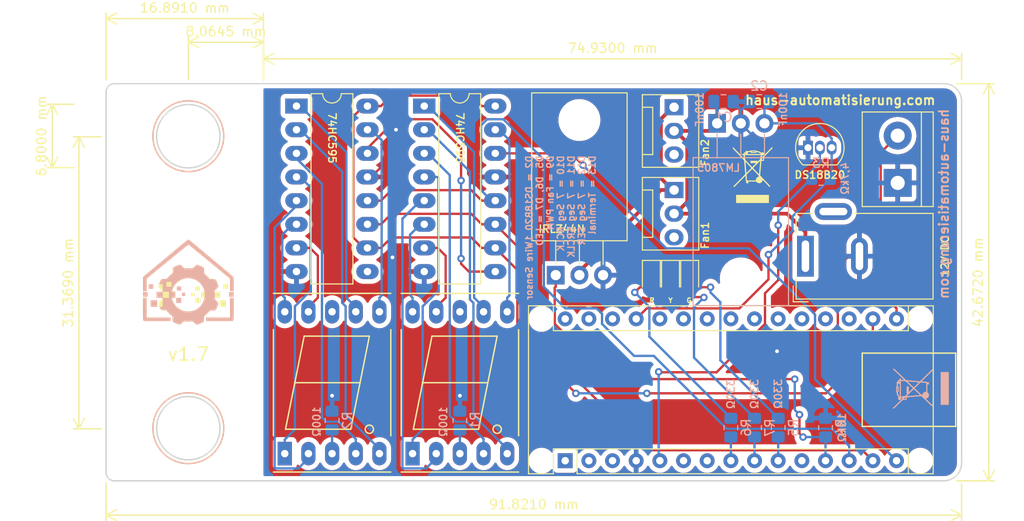
<source format=kicad_pcb>
(kicad_pcb (version 20240108) (generator "pcbnew") (generator_version "8.0")
  (title_block (title "Rack Temperature Control") (date "2024-05-06") (rev "1.7") (company "haus-automatisierung.com") (comment 1 "Matthias Kleine"))
  (layers (0 "F.Cu" signal) (31 "B.Cu" signal) (34 "B.Paste" user) (35 "F.Paste" user) (36 "B.SilkS" user "B.Silkscreen") (37 "F.SilkS" user "F.Silkscreen") (38 "B.Mask" user) (39 "F.Mask" user) (44 "Edge.Cuts" user))
  (net 0 "")
  (net 1 "Net-(A1-D2)")
  (net 2 "GND")
  (net 3 "Net-(A1-D5)")
  (net 4 "Net-(A1-D6)")
  (net 5 "Net-(A1-D7)")
  (net 6 "Net-(A1-D9)")
  (net 7 "Net-(A1-D10)")
  (net 8 "Net-(A1-D11)")
  (net 9 "Net-(A1-D12)")
  (net 10 "Net-(A1-D13)")
  (net 11 "+12V")
  (net 12 "Net-(AFF1-e)")
  (net 13 "Net-(AFF1-d)")
  (net 14 "Net-(AFF1-C.K.-Pad3)")
  (net 15 "Net-(AFF1-c)")
  (net 16 "Net-(AFF1-DP)")
  (net 17 "Net-(AFF1-b)")
  (net 18 "Net-(AFF1-a)")
  (net 19 "Net-(AFF1-f)")
  (net 20 "Net-(AFF1-g)")
  (net 21 "Net-(AFF2-e)")
  (net 22 "Net-(AFF2-d)")
  (net 23 "Net-(AFF2-C.K.-Pad3)")
  (net 24 "Net-(AFF2-c)")
  (net 25 "Net-(AFF2-DP)")
  (net 26 "Net-(AFF2-b)")
  (net 27 "Net-(AFF2-a)")
  (net 28 "/3V3")
  (net 29 "/5V")
  (net 30 "Net-(AFF2-f)")
  (net 31 "Net-(AFF2-g)")
  (net 32 "Net-(D1-A)")
  (net 33 "Net-(D2-A)")
  (net 34 "Net-(D3-A)")
  (net 35 "Net-(J1-Pin_1)")
  (net 36 "Net-(U1-QH')")
  (footprint "Display_7Segment:7SegmentLED_LTS6760_LTS6780" (layer "F.Cu") (at 135.763 120.142 90)
    (property "Reference" "AFF1" (hide yes))
    (property "Value" "LTS-6980HR")
  )
  (footprint "Display_7Segment:7SegmentLED_LTS6760_LTS6780" (layer "F.Cu") (at 122.047 120.142 90)
    (property "Reference" "AFF2" (hide yes))
    (property "Value" "LTS-6980HR")
  )
  (footprint "Connector:FanPinHeader_1x03_P2.54mm_Vertical" (layer "F.Cu") (at 163.83 82.931 -90)
    (property "Reference" "J1" (hide yes))
    (property "Value" "Conn_01x03")
  )
  (footprint "Connector:FanPinHeader_1x03_P2.54mm_Vertical" (layer "F.Cu") (at 163.83 91.821 -90)
    (property "Reference" "J2" (hide yes))
    (property "Value" "Conn_01x03")
  )
  (footprint "Package_DIP:DIP-16_W7.62mm_LongPads" (layer "F.Cu") (at 123.302 82.804)
    (property "Reference" "U2" (hide yes))
    (property "Value" "74HC595")
  )
  (footprint "Package_TO_SOT_THT:TO-92_Inline" (layer "F.Cu") (at 178.2064 87.2744)
    (property "Reference" "U3" (hide yes))
    (property "Value" "DS18B20")
  )
  (footprint "Package_TO_SOT_THT:TO-220-3_Horizontal_TabDown" (layer "F.Cu") (at 151.13 100.965)
    (property "Reference" "Q1" (hide yes))
    (property "Value" "IRLZ44N")
  )
  (footprint "Package_DIP:DIP-16_W7.62mm_LongPads" (layer "F.Cu") (at 137.018 82.804)
    (property "Reference" "U1" (hide yes))
    (property "Value" "74HC595")
  )
  (footprint "Connector_BarrelJack:BarrelJack_Wuerth_6941xx301002" (layer "F.Cu") (at 177.927 98.933 90)
    (property "Reference" "J3" (hide yes))
    (property "Value" "Barrel_Jack_MountingPin")
  )
  (footprint "Module:Arduino_Nano_WithMountingHoles" (layer "F.Cu") (at 152.146 120.904 90)
    (property "Reference" "A1" (hide yes))
    (property "Value" "Arduino_Nano_v3.x")
  )
  (footprint "Symbol:WEEE-Logo_4.2x6mm_SilkScreen" (layer "F.Cu") (at 172.2628 90.1954)
    (property "Reference" "REF**" (hide yes))
    (property "Value" "WEEE-Logo_4.2x6mm_SilkScreen" (hide yes))
  )
  (footprint "TerminalBlock:TerminalBlock_bornier-2_P5.08mm" (layer "F.Cu") (at 187.833 91.059 90)
    (property "Reference" "J4" (hide yes))
    (property "Value" "Screw_Terminal_01x02")
  )
  (footprint "LED_SMD:LED_0805_2012Metric_Pad1.15x1.40mm_HandSolder" (layer "F.Cu") (at 163.449 101.2444 -90)
    (property "Reference" "D3" (hide yes))
    (property "Value" "LED")
  )
  (footprint "LED_SMD:LED_0805_2012Metric_Pad1.15x1.40mm_HandSolder" (layer "F.Cu") (at 165.5064 101.2444 -90)
    (property "Reference" "D1" (hide yes))
    (property "Value" "LED")
  )
  (footprint "LED_SMD:LED_0805_2012Metric_Pad1.15x1.40mm_HandSolder" (layer "F.Cu") (at 161.3916 101.2444 -90)
    (property "Reference" "D2" (hide yes))
    (property "Value" "LED")
  )
  (footprint "haus-automatisierung:Logo2024-notext" (layer "F.Cu") (at 111.6965 101.727)
    (property "Reference" "G***" (hide yes))
    (property "Value" "LOGO" (hide yes))
  )
  (footprint "Resistor_SMD:R_0805_2012Metric_Pad1.20x1.40mm_HandSolder" (layer "B.Cu") (at 180.086 117.348 90)
    (property "Reference" "R4")
    (property "Value" "10kΩ")
  )
  (footprint "Resistor_SMD:R_0805_2012Metric_Pad1.20x1.40mm_HandSolder" (layer "B.Cu") (at 175.006 117.348 90)
    (property "Reference" "R5")
    (property "Value" "330Ω")
  )
  (footprint "Resistor_SMD:R_0805_2012Metric_Pad1.20x1.40mm_HandSolder" (layer "B.Cu") (at 140.843 116.586 90)
    (property "Reference" "R1")
    (property "Value" "100Ω")
  )
  (footprint "Symbol:WEEE-Logo_4.2x6mm_SilkScreen" (layer "B.Cu") (at 190.2968 113.157 -90)
    (property "Reference" "REF**" (hide yes))
    (property "Value" "WEEE-Logo_4.2x6mm_SilkScreen" (hide yes))
  )
  (footprint "Resistor_SMD:R_0805_2012Metric_Pad1.20x1.40mm_HandSolder" (layer "B.Cu") (at 127.127 116.586 90)
    (property "Reference" "R2")
    (property "Value" "100Ω")
  )
  (footprint "Resistor_SMD:R_0805_2012Metric_Pad1.20x1.40mm_HandSolder" (layer "B.Cu") (at 179.6034 90.5764 180)
    (property "Reference" "R3")
    (property "Value" "4,7kΩ")
  )
  (footprint "Resistor_SMD:R_0805_2012Metric_Pad1.20x1.40mm_HandSolder" (layer "B.Cu") (at 169.926 117.348 90)
    (property "Reference" "R6")
    (property "Value" "330Ω")
  )
  (footprint "Resistor_SMD:R_0805_2012Metric_Pad1.20x1.40mm_HandSolder" (layer "B.Cu") (at 172.466 117.348 90)
    (property "Reference" "R7")
    (property "Value" "330Ω")
  )
  (footprint "Capacitor_SMD:C_0805_2012Metric_Pad1.18x1.45mm_HandSolder" (layer "B.Cu") (at 169.1386 82.3214)
    (property "Reference" "C1")
    (property "Value" "C")
  )
  (footprint "Capacitor_SMD:C_0805_2012Metric_Pad1.18x1.45mm_HandSolder" (layer "B.Cu") (at 172.974 82.3214 180)
    (property "Reference" "C2")
    (property "Value" "C")
  )
  (footprint "Package_TO_SOT_THT:TO-220-3_Horizontal_TabDown" (layer "B.Cu") (at 168.4528 84.6582)
    (property "Reference" "U4" (hide yes))
    (property "Value" "L7805")
  )
  (footprint "haus-automatisierung:Logo2024-notext" (layer "B.Cu") (at 111.6965 101.727 180)
    (property "Reference" "G***" (hide yes))
    (property "Value" "LOGO" (hide yes))
  )
  (gr_circle (center 111.6965 86.0425) (end 115.4965 86.0425) (stroke (width 0.15)) (fill none) (layer "B.SilkS"))
  (gr_circle (center 111.6965 117.4115) (end 115.4965 117.4115) (stroke (width 0.15)) (fill none) (layer "B.SilkS"))
  (gr_circle (center 111.6965 117.4115) (end 115.4965 117.4115) (stroke (width 0.15)) (fill none) (layer "F.SilkS"))
  (gr_circle (center 111.6965 86.0425) (end 115.4965 86.0425) (stroke (width 0.15)) (fill none) (layer "F.SilkS"))
  (gr_line (start 184.023 109.347) (end 194.056 109.347) (stroke (width 0.15)) (layer "F.SilkS"))
  (gr_line (start 194.056 109.347) (end 194.056 117.221) (stroke (width 0.15)) (layer "F.SilkS"))
  (gr_line (start 194.056 117.221) (end 184.023 117.221) (stroke (width 0.15)) (layer "F.SilkS"))
  (gr_line (start 184.023 117.221) (end 184.023 109.347) (stroke (width 0.15)) (layer "F.SilkS"))
  (gr_line (start 192.786 80.391) (end 103.759 80.391) (stroke (width 0.15)) (layer "Edge.Cuts"))
  (gr_line (start 102.87 81.28) (end 102.87 122.174) (stroke (width 0.15)) (layer "Edge.Cuts"))
  (gr_circle (center 111.6965 117.4115) (end 115.0965 117.4115) (stroke (width 0.15)) (fill none) (layer "Edge.Cuts"))
  (gr_arc (start 103.759 123.063) (mid 103.130382 122.802618) (end 102.87 122.174) (stroke (width 0.15)) (layer "Edge.Cuts"))
  (gr_circle (center 111.6965 86.0425) (end 115.0965 86.0425) (stroke (width 0.15)) (fill none) (layer "Edge.Cuts"))
  (gr_line (start 103.759 123.063) (end 192.786 123.063) (stroke (width 0.15)) (layer "Edge.Cuts"))
  (gr_arc (start 102.87 81.28) (mid 103.130382 80.651382) (end 103.759 80.391) (stroke (width 0.15)) (layer "Edge.Cuts"))
  (gr_line (start 194.691 121.158) (end 194.691 82.296) (stroke (width 0.15)) (layer "Edge.Cuts"))
  (gr_arc (start 194.691 121.158) (mid 194.133038 122.505038) (end 192.786 123.063) (stroke (width 0.15)) (layer "Edge.Cuts"))
  (gr_arc (start 192.786 80.391) (mid 194.133038 80.948962) (end 194.691 82.296) (stroke (width 0.15)) (layer "Edge.Cuts"))
  (gr_text "4,7kΩ" (at 182.1688 90.5764 90) (layer "B.SilkS") (effects (font (size 0.8 0.8)) (justify mirror)))
  (gr_text "10kΩ" (at 181.864 117.348 90) (layer "B.SilkS") (effects (font (size 0.8 0.8)) (justify mirror)))
  (gr_text "100Ω" (at 139.065 116.713 90) (layer "B.SilkS") (effects (font (size 0.8 0.8)) (justify mirror)))
  (gr_text "D2 = DS18B20 1Wire Sensor\nD5, D6, D7 = LED\nD9 = Fan PWM\nD10 = 7 Seg RCLK\nD11 = 7 Seg SRCLK\nD12 = 7 Seg SER\nD13 = Terminal" (at 151.6634 88.0364 90) (layer "B.SilkS") (effects (font (size 0.7 0.7)) (justify left mirror)))
  (gr_text "haus-automatisierung.com" (at 192.786 93.3196 90) (layer "B.SilkS") (effects (font (size 1 1) (thickness 0.2)) (justify mirror)))
  (gr_text "100Ω" (at 125.476 116.713 90) (layer "B.SilkS") (effects (font (size 0.8 0.8)) (justify mirror)))
  (gr_text "330Ω" (at 172.466 113.7412 90) (layer "B.SilkS") (effects (font (size 0.8 0.8)) (justify mirror)))
  (gr_text "330Ω" (at 169.926 113.7412 90) (layer "B.SilkS") (effects (font (size 0.8 0.8)) (justify mirror)))
  (gr_text "LM7805" (at 168.6052 89.4334 0) (layer "B.SilkS") (effects (font (size 0.8 0.8)) (justify mirror)))
  (gr_text "100nF" (at 175.5394 83.185 90) (layer "B.SilkS") (effects (font (size 0.8 0.8)) (justify mirror)))
  (gr_text "100nF" (at 166.5732 83.185 90) (layer "B.SilkS") (effects (font (size 0.8 0.8)) (justify mirror)))
  (gr_text "330Ω" (at 175.006 113.7285 90) (layer "B.SilkS") (effects (font (size 0.8 0.8)) (justify mirror)))
  (gr_text "12V DC" (at 192.913 98.933 90) (layer "F.SilkS") (effects (font (size 0.8 0.8))))
  (gr_text "Fan1" (at 167.1574 96.6978 90) (layer "F.SilkS") (effects (font (size 0.8 0.8))))
  (gr_text "Fan2" (at 167.1574 87.8078 90) (layer "F.SilkS") (effects (font (size 0.8 0.8))))
  (gr_text "74HC595" (at 140.843 86.233 270) (layer "F.SilkS") (effects (font (size 0.8 0.8))))
  (gr_text "74HC595" (at 127.127 86.233 270) (layer "F.SilkS") (effects (font (size 0.8 0.8))))
  (gr_text "DS18B20" (at 179.4764 90.1954 0) (layer "F.SilkS") (effects (font (size 0.8 0.8))))
  (gr_text "IRLZ44N" (at 151.765 96.012 0) (layer "F.SilkS") (effects (font (size 0.8 0.8))))
  (gr_text "v1.7" (at 111.6965 109.474 0) (layer "F.SilkS") (effects (font (size 1.4 1.4) (thickness 0.2))))
  (gr_text "R    Y    G" (at 163.449 103.6828 0) (layer "F.SilkS") (effects (font (size 0.5 0.5) (thickness 0.125))))
  (gr_text "haus-automatisierung.com" (at 181.6735 82.169 0) (layer "F.SilkS") (effects (font (size 1 1) (thickness 0.2))))
  (dimension (type aligned) (layer "F.SilkS") (pts (xy 102.87 123.317) (xy 194.691 123.317)) (height 3.429) (gr_text "91.8210 mm" (at 148.7805 125.596 0) (layer "F.SilkS") (effects (font (size 1 1) (thickness 0.15)))) (format (prefix "") (suffix "") (units 2) (units_format 1) (precision 4)) (style (thickness 0.15) (arrow_length 1.27) (text_position_mode 0) (extension_height 0.58642) (extension_offset 0) keep_text_aligned))
  (dimension (type aligned) (layer "F.SilkS") (pts (xy 102.3965 117.475) (xy 102.3965 86.106)) (height -2.4475) (gr_text "31.3690 mm" (at 98.799 101.7905 90) (layer "F.SilkS") (effects (font (size 1 1) (thickness 0.15)))) (format (prefix "") (suffix "") (units 2) (units_format 1) (precision 4)) (style (thickness 0.15) (arrow_length 1.27) (text_position_mode 0) (extension_height 0.58642) (extension_offset 0) keep_text_aligned))
  (dimension (type aligned) (layer "F.SilkS") (pts (xy 194.183 123.063) (xy 194.183 80.391)) (height 3.429) (gr_text "42.6720 mm" (at 196.462 101.727 90) (layer "F.SilkS") (effects (font (size 1 1) (thickness 0.15)))) (format (prefix "") (suffix "") (units 2) (units_format 1) (precision 4)) (style (thickness 0.15) (arrow_length 1.27) (text_position_mode 0) (extension_height 0.58642) (extension_offset 0) keep_text_aligned))
  (dimension (type aligned) (layer "F.SilkS") (pts (xy 99.441 89.4135) (xy 99.441 82.6135)) (height -2.3495) (gr_text "6.8000 mm" (at 95.9415 86.0135 90) (layer "F.SilkS") (effects (font (size 1 1) (thickness 0.15)))) (format (prefix "") (suffix "") (units 2) (units_format 1) (precision 4)) (style (thickness 0.15) (arrow_length 1.27) (text_position_mode 0) (extension_height 0.58642) (extension_offset 0) keep_text_aligned))
  (dimension (type aligned) (layer "F.SilkS") (pts (xy 194.691 79.9465) (xy 119.761 79.9465)) (height 2.2225) (gr_text "74.9300 mm" (at 157.226 76.574 0) (layer "F.SilkS") (effects (font (size 1 1) (thickness 0.15)))) (format (prefix "") (suffix "") (units 2) (units_format 1) (precision 4)) (style (thickness 0.15) (arrow_length 1.27) (text_position_mode 0) (extension_height 0.58642) (extension_offset 0) keep_text_aligned))
  (dimension (type aligned) (layer "F.SilkS") (pts (xy 119.761 80.01) (xy 102.87 80.01)) (height 6.604) (gr_text "16.8910 mm" (at 111.3155 72.256 0) (layer "F.SilkS") (effects (font (size 1 1) (thickness 0.15)))) (format (prefix "") (suffix "") (units 2) (units_format 1) (precision 4)) (style (thickness 0.15) (arrow_length 1.27) (text_position_mode 0) (extension_height 0.58642) (extension_offset 0) keep_text_aligned))
  (dimension (type aligned) (layer "F.SilkS") (pts (xy 119.761 79.9465) (xy 111.6965 79.9465)) (height 4.0005) (gr_text "8.0645 mm" (at 115.72875 74.796 0) (layer "F.SilkS") (effects (font (size 1 1) (thickness 0.15)))) (format (prefix "") (suffix "") (units 2) (units_format 1) (precision 4)) (style (thickness 0.15) (arrow_length 1.27) (text_position_mode 0) (extension_height 0.58642) (extension_offset 0) keep_text_aligned))
  (segment (start 175.006 95.6056) (end 175.006 101.4984) (width 0.25) (layer "F.Cu") (net 1))
  (segment (start 168.390602 111.4044) (end 162.2298 111.4044) (width 0.25) (layer "F.Cu") (net 1))
  (segment (start 175.006 101.4984) (end 173.591001 102.913399) (width 0.25) (layer "F.Cu") (net 1))
  (segment (start 162.2298 111.4044) (end 162.179 111.3536) (width 0.25) (layer "F.Cu") (net 1))
  (segment (start 173.591001 102.913399) (end 173.591001 106.204001) (width 0.25) (layer "F.Cu") (net 1))
  (segment (start 173.591001 106.204001) (end 168.390602 111.4044) (width 0.25) (layer "F.Cu") (net 1))
  (via (at 175.006 95.6056) (size 0.8) (drill 0.4) (layers "F.Cu" "B.Cu") (net 1))
  (via (at 162.179 111.3536) (size 0.8) (drill 0.4) (layers "F.Cu" "B.Cu") (net 1))
  (segment (start 179.4764 88.8784) (end 179.4764 87.2744) (width 0.25) (layer "B.Cu") (net 1))
  (segment (start 162.179 120.777) (end 162.306 120.904) (width 0.25) (layer "B.Cu") (net 1))
  (segment (start 178.5784 89.7764) (end 179.4764 88.8784) (width 0.25) (layer "B.Cu") (net 1))
  (segment (start 178.5784 90.5764) (end 178.5784 89.7764) (width 0.25) (layer "B.Cu") (net 1))
  (segment (start 162.179 111.3536) (end 162.179 120.777) (width 0.25) (layer "B.Cu") (net 1))
  (segment (start 178.5784 90.5764) (end 175.006 94.1488) (width 0.25) (layer "B.Cu") (net 1))
  (segment (start 175.006 94.1488) (end 175.006 95.6056) (width 0.25) (layer "B.Cu") (net 1))
  (segment (start 135.128 100.584) (end 133.604 99.06) (width 0.25) (layer "F.Cu") (net 2))
  (segment (start 181.4068 100.1032) (end 181.4068 108.4834) (width 0.25) (layer "F.Cu") (net 2))
  (segment (start 183.727 98.933) (end 182.577 98.933) (width 0.25) (layer "F.Cu") (net 2))
  (segment (start 130.922 90.424) (end 131.322 90.424) (width 0.25) (layer "F.Cu") (net 2))
  (segment (start 181.4068 108.4834) (end 180.7464 109.1438) (width 0.25) (layer "F.Cu") (net 2))
  (segment (start 133.985 87.761) (end 133.985 85.909685) (width 0.25) (layer "F.Cu") (net 2))
  (segment (start 131.322 90.424) (end 133.985 87.761) (width 0.25) (layer "F.Cu") (net 2))
  (segment (start 182.577 98.933) (end 181.4068 100.1032) (width 0.25) (layer "F.Cu") (net 2))
  (segment (start 180.7464 109.1438) (end 174.879 109.1438) (width 0.25) (layer "F.Cu") (net 2))
  (segment (start 133.985 85.909685) (end 133.985 85.344) (width 0.25) (layer "F.Cu") (net 2))
  (segment (start 137.018 100.584) (end 135.128 100.584) (width 0.25) (layer "F.Cu") (net 2))
  (via (at 140.843 113.919) (size 0.8) (drill 0.4) (layers "F.Cu" "B.Cu") (net 2))
  (via (at 133.985 85.344) (size 0.8) (drill 0.4) (layers "F.Cu" "B.Cu") (net 2))
  (via (at 174.879 109.1438) (size 0.8) (drill 0.4) (layers "F.Cu" "B.Cu") (net 2))
  (via (at 127.127 113.919) (size 0.8) (drill 0.4) (layers "F.Cu" "B.Cu") (net 2))
  (via (at 133.604 99.06) (size 0.8) (drill 0.4) (layers "F.Cu" "B.Cu") (net 2))
  (segment (start 170.9928 84.6582) (end 170.9928 83.2776) (width 0.25) (layer "B.Cu") (net 2))
  (segment (start 170.9928 83.1506) (end 170.1636 82.3214) (width 0.25) (layer "B.Cu") (net 2))
  (segment (start 170.9928 84.6582) (end 170.9928 83.1506) (width 0.25) (layer "B.Cu") (net 2))
  (segment (start 173.5615 87.2744) (end 170.9928 84.7057) (width 0.25) (layer "B.Cu") (net 2))
  (segment (start 170.9928 83.2776) (end 171.949 82.3214) (width 0.25) (layer "B.Cu") (net 2))
  (segment (start 178.2064 87.2744) (end 173.5615 87.2744) (width 0.25) (layer "B.Cu") (net 2))
  (segment (start 170.9928 84.7057) (end 170.9928 84.6582) (width 0.25) (layer "B.Cu") (net 2))
  (segment (start 169.926 120.904) (end 169.926 118.373) (width 0.25) (layer "B.Cu") (net 3))
  (segment (start 172.466 120.904) (end 172.466 118.373) (width 0.25) (layer "B.Cu") (net 4))
  (segment (start 175.006 120.904) (end 175.006 118.373) (width 0.25) (layer "B.Cu") (net 5))
  (segment (start 151.13 102.215) (end 151.020999 102.324001) (width 0.25) (layer "F.Cu") (net 6))
  (segment (start 151.13 100.965) (end 151.13 102.215) (width 0.25) (layer "F.Cu") (net 6))
  (segment (start 177.292 115.951) (end 177.292 117.983) (width 0.25) (layer "F.Cu") (net 6))
  (segment (start 151.020999 106.204001) (end 156.957998 112.141) (width 0.25) (layer "F.Cu") (net 6))
  (segment (start 177.292 117.983) (end 177.673 118.364) (width 0.25) (layer "F.Cu") (net 6))
  (segment (start 151.020999 102.324001) (end 151.020999 106.204001) (width 0.25) (layer "F.Cu") (net 6))
  (segment (start 156.957998 112.141) (end 176.784 112.141) (width 0.25) (layer "F.Cu") (net 6))
  (via (at 177.673 118.364) (size 0.8) (drill 0.4) (layers "F.Cu" "B.Cu") (net 6))
  (via (at 177.292 115.951) (size 0.8) (drill 0.4) (layers "F.Cu" "B.Cu") (net 6))
  (via (at 176.784 112.141) (size 0.8) (drill 0.4) (layers "F.Cu" "B.Cu") (net 6))
  (segment (start 180.086 120.904) (end 180.086 118.373) (width 0.25) (layer "B.Cu") (net 6))
  (segment (start 176.784 115.443) (end 177.292 115.951) (width 0.25) (layer "B.Cu") (net 6))
  (segment (start 177.673 118.364) (end 180.077 118.364) (width 0.25) (layer "B.Cu") (net 6))
  (segment (start 176.784 112.141) (end 176.784 115.443) (width 0.25) (layer "B.Cu") (net 6))
  (segment (start 180.077 118.364) (end 180.086 118.373) (width 0.25) (layer "B.Cu") (net 6))
  (segment (start 133.49701 91.83899) (end 132.372 92.964) (width 0.25) (layer "F.Cu") (net 7))
  (segment (start 142.06299 91.83899) (end 133.49701 91.83899) (width 0.25) (layer "F.Cu") (net 7))
  (segment (start 144.638 92.964) (end 143.188 92.964) (width 0.25) (layer "F.Cu") (net 7))
  (segment (start 132.372 92.964) (end 130.922 92.964) (width 0.25) (layer "F.Cu") (net 7))
  (segment (start 143.188 92.964) (end 142.06299 91.83899) (width 0.25) (layer "F.Cu") (net 7))
  (segment (start 180.77418 117.47299) (end 182.626 119.32481) (width 0.25) (layer "B.Cu") (net 7))
  (segment (start 152.166497 104.538999) (end 155.515999 104.538999) (width 0.25) (layer "B.Cu") (net 7))
  (segment (start 143.772006 84.21899) (end 145.503994 84.21899) (width 0.25) (layer "B.Cu") (net 7))
  (segment (start 143.11299 84.878006) (end 143.772006 84.21899) (width 0.25) (layer "B.Cu") (net 7))
  (segment (start 144.638 92.964) (end 144.238 92.964) (width 0.25) (layer "B.Cu") (net 7))
  (segment (start 156.100999 105.123999) (end 156.100999 106.204001) (width 0.25) (layer "B.Cu") (net 7))
  (segment (start 145.503994 84.21899) (end 149.852499 88.567495) (width 0.25) (layer "B.Cu") (net 7))
  (segment (start 143.11299 91.83899) (end 143.11299 84.878006) (width 0.25) (layer "B.Cu") (net 7))
  (segment (start 156.100999 106.204001) (end 159.534997 109.637999) (width 0.25) (layer "B.Cu") (net 7))
  (segment (start 155.515999 104.538999) (end 156.100999 105.123999) (width 0.25) (layer "B.Cu") (net 7))
  (segment (start 149.852499 102.225001) (end 152.166497 104.538999) (width 0.25) (layer "B.Cu") (net 7))
  (segment (start 144.238 92.964) (end 143.11299 91.83899) (width 0.25) (layer "B.Cu") (net 7))
  (segment (start 182.626 119.77263) (end 182.626 120.904) (width 0.25) (layer "B.Cu") (net 7))
  (segment (start 159.534997 109.637999) (end 161.652809 109.637999) (width 0.25) (layer "B.Cu") (net 7))
  (segment (start 149.852499 88.567495) (end 149.852499 102.225001) (width 0.25) (layer "B.Cu") (net 7))
  (segment (start 161.652809 109.637999) (end 169.4878 117.47299) (width 0.25) (layer "B.Cu") (net 7))
  (segment (start 169.4878 117.47299) (end 180.77418 117.47299) (width 0.25) (layer "B.Cu") (net 7))
  (segment (start 182.626 119.32481) (end 182.626 119.77263) (width 0.25) (layer "B.Cu") (net 7))
  (segment (start 160.952889 119.779489) (end 147.7772 106.6038) (width 0.25) (layer "F.Cu") (net 8))
  (segment (start 144.638 95.504) (end 145.038 95.504) (width 0.25) (layer "F.Cu") (net 8))
  (segment (start 132.372 95.504) (end 130.922 95.504) (width 0.25) (layer "F.Cu") (net 8))
  (segment (start 144.638 95.504) (end 143.188 95.504) (width 0.25) (layer "F.Cu") (net 8))
  (segment (start 184.041489 119.779489) (end 160.952889 119.779489) (width 0.25) (layer "F.Cu") (net 8))
  (segment (start 143.188 95.504) (end 142.06299 94.37899) (width 0.25) (layer "F.Cu") (net 8))
  (segment (start 142.06299 94.37899) (end 133.49701 94.37899) (width 0.25) (layer "F.Cu") (net 8))
  (segment (start 185.166 120.904) (end 184.041489 119.779489) (width 0.25) (layer "F.Cu") (net 8))
  (segment (start 147.7772 98.6432) (end 144.638 95.504) (width 0.25) (layer "F.Cu") (net 8))
  (segment (start 133.49701 94.37899) (end 132.372 95.504) (width 0.25) (layer "F.Cu") (net 8))
  (segment (start 147.7772 106.6038) (end 147.7772 98.6432) (width 0.25) (layer "F.Cu") (net 8))
  (segment (start 144.638 87.884) (end 152.781 87.884) (width 0.25) (layer "F.Cu") (net 9))
  (segment (start 152.781 87.884) (end 154.051 89.154) (width 0.25) (layer "F.Cu") (net 9))
  (via (at 154.051 89.154) (size 0.8) (drill 0.4) (layers "F.Cu" "B.Cu") (net 9))
  (segment (start 186.906001 120.104001) (end 187.706 120.904) (width 0.25) (layer "B.Cu") (net 9))
  (segment (start 178.960999 105.199399) (end 178.960999 112.158999) (width 0.25) (layer "B.Cu") (net 9))
  (segment (start 154.051 89.154) (end 162.98801 98.09101) (width 0.25) (layer "B.Cu") (net 9))
  (segment (start 171.85261 98.09101) (end 178.960999 105.199399) (width 0.25) (layer "B.Cu") (net 9))
  (segment (start 178.960999 112.158999) (end 186.906001 120.104001) (width 0.25) (layer "B.Cu") (net 9))
  (segment (start 162.98801 98.09101) (end 171.85261 98.09101) (width 0.25) (layer "B.Cu") (net 9))
  (segment (start 186.007999 102.834629) (end 186.007999 87.804001) (width 0.25) (layer "F.Cu") (net 10))
  (segment (start 187.706 105.664) (end 187.706 104.53263) (width 0.25) (layer "F.Cu") (net 10))
  (segment (start 187.706 104.53263) (end 186.007999 102.834629) (width 0.25) (layer "F.Cu") (net 10))
  (segment (start 186.007999 87.804001) (end 186.333001 87.478999) (width 0.25) (layer "F.Cu") (net 10))
  (segment (start 186.333001 87.478999) (end 187.833 85.979) (width 0.25) (layer "F.Cu") (net 10))
  (segment (start 165.24501 86.73601) (end 163.98 85.471) (width 0.4) (layer "F.Cu") (net 11))
  (segment (start 163.98 94.361) (end 165.24501 93.09599) (width 0.4) (layer "F.Cu") (net 11))
  (segment (start 175.955 94.361) (end 165.245 94.361) (width 0.4) (layer "F.Cu") (net 11))
  (segment (start 163.83 94.361) (end 163.98 94.361) (width 0.4) (layer "F.Cu") (net 11))
  (segment (start 163.98 85.471) (end 163.83 85.471) (width 0.4) (layer "F.Cu") (net 11))
  (segment (start 165.24501 93.09599) (end 165.24501 86.73601) (width 0.4) (layer "F.Cu") (net 11))
  (segment (start 163.83 85.471) (end 167.64 85.471) (width 0.4) (layer "F.Cu") (net 11))
  (segment (start 177.927 98.933) (end 177.927 96.333) (width 0.4) (layer "F.Cu") (net 11))
  (segment (start 165.245 94.361) (end 163.83 94.361) (width 0.4) (layer "F.Cu") (net 11))
  (segment (start 177.927 96.333) (end 175.955 94.361) (width 0.4) (layer "F.Cu") (net 11))
  (segment (start 167.64 85.471) (end 168.4528 84.6582) (width 0.4) (layer "F.Cu") (net 11))
  (segment (start 168.4528 82.6606) (end 168.1136 82.3214) (width 0.4) (layer "B.Cu") (net 11))
  (segment (start 168.4528 84.6582) (end 168.4528 82.6606) (width 0.4) (layer "B.Cu") (net 11))
  (segment (start 136.85001 104.317726) (end 136.85001 117.54299) (width 0.25) (layer "B.Cu") (net 12))
  (segment (start 138.54301 102.624726) (end 136.85001 104.317726) (width 0.25) (layer "B.Cu") (net 12))
  (segment (start 135.763 118.63) (end 135.763 120.142) (width 0.25) (layer "B.Cu") (net 12))
  (segment (start 136.85001 117.54299) (end 135.763 118.63) (width 0.25) (layer "B.Cu") (net 12))
  (segment (start 137.018 90.424) (end 138.468 90.424) (width 0.25) (layer "B.Cu") (net 12))
  (segment (start 138.468 90.424) (end 138.54301 90.49901) (width 0.25) (layer "B.Cu") (net 12))
  (segment (start 138.54301 90.49901) (end 138.54301 102.624726) (width 0.25) (layer "B.Cu") (net 12))
  (segment (start 134.675999 94.906001) (end 134.675999 121.664001) (width 0.25) (layer "B.Cu") (net 13))
  (segment (start 137.018 92.964) (end 136.618 92.964) (width 0.25) (layer "B.Cu") (net 13))
  (segment (start 136.618 92.964) (end 134.675999 94.906001) (width 0.25) (layer "B.Cu") (net 13))
  (segment (start 138.303 120.642) (end 138.303 120.142) (width 0.25) (layer "B.Cu") (net 13))
  (segment (start 134.740999 121.729001) (end 137.215999 121.729001) (width 0.25) (layer "B.Cu") (net 13))
  (segment (start 134.675999 121.664001) (end 134.740999 121.729001) (width 0.25) (layer "B.Cu") (net 13))
  (segment (start 137.215999 121.729001) (end 138.303 120.642) (width 0.25) (layer "B.Cu") (net 13))
  (segment (start 140.843 118.63) (end 140.843 117.611) (width 0.25) (layer "B.Cu") (net 14))
  (segment (start 140.843 120.142) (end 140.843 118.63) (width 0.25) (layer "B.Cu") (net 14))
  (segment (start 137.018 87.884) (end 137.418 87.884) (width 0.25) (layer "B.Cu") (net 15))
  (segment (start 143.383 118.56281) (end 143.383 118.63) (width 0.25) (layer "B.Cu") (net 15))
  (segment (start 139.75599 116.06218) (end 140.4048 116.71099) (width 0.25) (layer "B.Cu") (net 15))
  (segment (start 141.53118 116.71099) (end 143.383 118.56281) (width 0.25) (layer "B.Cu") (net 15))
  (segment (start 139.75599 90.22199) (end 139.75599 116.06218) (width 0.25) (layer "B.Cu") (net 15))
  (segment (start 137.418 87.884) (end 139.75599 90.22199) (width 0.25) (layer "B.Cu") (net 15))
  (segment (start 143.383 118.63) (end 143.383 120.142) (width 0.25) (layer "B.Cu") (net 15))
  (segment (start 140.4048 116.71099) (end 141.53118 116.71099) (width 0.25) (layer "B.Cu") (net 15))
  (segment (start 142.29599 103.951746) (end 142.29599 116.01499) (width 0.25) (layer "B.Cu") (net 16))
  (segment (start 141.92099 89.84699) (end 141.92099 103.576746) (width 0.25) (layer "B.Cu") (net 16))
  (segment (start 137.418 85.344) (end 141.92099 89.84699) (width 0.25) (layer "B.Cu") (net 16))
  (segment (start 137.018 85.344) (end 137.418 85.344) (width 0.25) (layer "B.Cu") (net 16))
  (segment (start 145.923 119.642) (end 145.923 120.142) (width 0.25) (layer "B.Cu") (net 16))
  (segment (start 141.92099 103.576746) (end 142.29599 103.951746) (width 0.25) (layer "B.Cu") (net 16))
  (segment (start 142.29599 116.01499) (end 145.923 119.642) (width 0.25) (layer "B.Cu") (net 16))
  (segment (start 145.923 104.902) (end 145.923 103.39) (width 0.25) (layer "B.Cu") (net 17))
  (segment (start 145.038 85.344) (end 144.638 85.344) (width 0.25) (layer "B.Cu") (net 17))
  (segment (start 146.16301 86.46901) (end 145.038 85.344) (width 0.25) (layer "B.Cu") (net 17))
  (segment (start 145.923 103.39) (end 146.16301 103.14999) (width 0.25) (layer "B.Cu") (net 17))
  (segment (start 146.16301 103.14999) (end 146.16301 86.46901) (width 0.25) (layer "B.Cu") (net 17))
  (segment (start 142.371 87.757) (end 142.371 103.39) (width 0.25) (layer "B.Cu") (net 18))
  (segment (start 137.018 82.804) (end 137.418 82.804) (width 0.25) (layer "B.Cu") (net 18))
  (segment (start 143.383 104.402) (end 143.383 104.902) (width 0.25) (layer "B.Cu") (net 18))
  (segment (start 137.418 82.804) (end 142.371 87.757) (width 0.25) (layer "B.Cu") (net 18))
  (segment (start 142.371 103.39) (end 143.383 104.402) (width 0.25) (layer "B.Cu") (net 18))
  (segment (start 138.468 98.044) (end 139.315 98.891) (width 0.25) (layer "F.Cu") (net 19))
  (segment (start 139.315 103.39) (end 138.303 104.402) (width 0.25) (layer "F.Cu") (net 19))
  (segment (start 139.315 98.891) (end 139.315 103.39) (width 0.25) (layer "F.Cu") (net 19))
  (segment (start 138.303 104.402) (end 138.303 104.902) (width 0.25) (layer "F.Cu") (net 19))
  (segment (start 137.018 98.044) (end 138.468 98.044) (width 0.25) (layer "F.Cu") (net 19))
  (segment (start 135.763 104.902) (end 135.763 103.39) (width 0.25) (layer "B.Cu") (net 20))
  (segment (start 135.763 103.39) (end 135.49299 103.11999) (width 0.25) (layer "B.Cu") (net 20))
  (segment (start 135.49299 96.62901) (end 136.618 95.504) (width 0.25) (layer "B.Cu") (net 20))
  (segment (start 135.49299 103.11999) (end 135.49299 96.62901) (width 0.25) (layer "B.Cu") (net 20))
  (segment (start 136.618 95.504) (end 137.018 95.504) (width 0.25) (layer "B.Cu") (net 20))
  (segment (start 123.302 90.424) (end 123.702 90.424) (width 0.25) (layer "B.Cu") (net 21))
  (segment (start 123.702 90.424) (end 124.82701 91.54901) (width 0.25) (layer "B.Cu") (net 21))
  (segment (start 123.13401 117.54299) (end 122.047 118.63) (width 0.25) (layer "B.Cu") (net 21))
  (segment (start 124.82701 102.624726) (end 123.13401 104.317726) (width 0.25) (layer "B.Cu") (net 21))
  (segment (start 123.13401 104.317726) (end 123.13401 117.54299) (width 0.25) (layer "B.Cu") (net 21))
  (segment (start 122.047 118.63) (end 122.047 120.142) (width 0.25) (layer "B.Cu") (net 21))
  (segment (start 124.82701 91.54901) (end 124.82701 102.624726) (width 0.25) (layer "B.Cu") (net 21))
  (segment (start 123.302 93.512996) (end 120.959999 95.854997) (width 0.25) (layer "B.Cu") (net 22))
  (segment (start 123.302 92.964) (end 123.302 93.512996) (width 0.25) (layer "B.Cu") (net 22))
  (segment (start 120.959999 121.664001) (end 121.024999 121.729001) (width 0.25) (layer "B.Cu") (net 22))
  (segment (start 123.499999 121.729001) (end 124.587 120.642) (width 0.25) (layer "B.Cu") (net 22))
  (segment (start 124.587 120.642) (end 124.587 120.142) (width 0.25) (layer "B.Cu") (net 22))
  (segment (start 121.024999 121.729001) (end 123.499999 121.729001) (width 0.25) (layer "B.Cu") (net 22))
  (segment (start 120.959999 95.854997) (end 120.959999 121.664001) (width 0.25) (layer "B.Cu") (net 22))
  (segment (start 127.127 120.142) (end 127.127 117.611) (width 0.25) (layer "B.Cu") (net 23))
  (segment (start 129.667 118.56281) (end 129.667 118.63) (width 0.25) (layer "B.Cu") (net 24))
  (segment (start 127.81518 116.71099) (end 129.667 118.56281) (width 0.25) (layer "B.Cu") (net 24))
  (segment (start 126.03999 91.170986) (end 126.03999 116.26099) (width 0.25) (layer "B.Cu") (net 24))
  (segment (start 123.302 87.884) (end 123.302 88.432996) (width 0.25) (layer "B.Cu") (net 24))
  (segment (start 129.667 118.63) (end 129.667 120.142) (width 0.25) (layer "B.Cu") (net 24))
  (segment (start 126.48999 116.71099) (end 127.81518 116.71099) (width 0.25) (layer "B.Cu") (net 24))
  (segment (start 126.03999 116.26099) (end 126.48999 116.71099) (width 0.25) (layer "B.Cu") (net 24))
  (segment (start 123.302 88.432996) (end 126.03999 91.170986) (width 0.25) (layer "B.Cu") (net 24))
  (segment (start 123.702 85.344) (end 128.20499 89.84699) (width 0.25) (layer "B.Cu") (net 25))
  (segment (start 128.57999 116.01499) (end 132.207 119.642) (width 0.25) (layer "B.Cu") (net 25))
  (segment (start 128.20499 89.84699) (end 128.20499 103.942726) (width 0.25) (layer "B.Cu") (net 25))
  (segment (start 123.302 85.344) (end 123.702 85.344) (width 0.25) (layer "B.Cu") (net 25))
  (segment (start 132.207 119.642) (end 132.207 120.142) (width 0.25) (layer "B.Cu") (net 25))
  (segment (start 128.20499 103.942726) (end 128.57999 104.317726) (width 0.25) (layer "B.Cu") (net 25))
  (segment (start 128.57999 104.317726) (end 128.57999 116.01499) (width 0.25) (layer "B.Cu") (net 25))
  (segment (start 132.44701 103.14999) (end 132.44701 86.46901) (width 0.25) (layer "B.Cu") (net 26))
  (segment (start 132.207 103.39) (end 132.44701 103.14999) (width 0.25) (layer "B.Cu") (net 26))
  (segment (start 132.207 104.902) (end 132.207 103.39) (width 0.25) (layer "B.Cu") (net 26))
  (segment (start 131.322 85.344) (end 130.922 85.344) (width 0.25) (layer "B.Cu") (net 26))
  (segment (start 132.44701 86.46901) (end 131.322 85.344) (width 0.25) (layer "B.Cu") (net 26))
  (segment (start 128.655 103.39) (end 129.667 104.402) (width 0.25) (layer "B.Cu") (net 27))
  (segment (start 128.655 87.757) (end 128.655 103.39) (width 0.25) (layer "B.Cu") (net 27))
  (segment (start 123.302 82.804) (end 123.702 82.804) (width 0.25) (layer "B.Cu") (net 27))
  (segment (start 123.702 82.804) (end 128.655 87.757) (width 0.25) (layer "B.Cu") (net 27))
  (segment (start 129.667 104.402) (end 129.667 104.902) (width 0.25) (layer "B.Cu") (net 27))
  (segment (start 180.143002 113.665) (end 185.166 108.642002) (width 0.25) (layer "F.Cu") (net 28))
  (segment (start 142.062999 81.678999) (end 133.497001 81.678999) (width 0.25) (layer "F.Cu") (net 28))
  (segment (start 133.49701 96.91899) (end 132.372 98.044) (width 0.25) (layer "F.Cu") (net 28))
  (segment (start 147.00952 100.41552) (end 144.638 98.044) (width 0.25) (layer "F.Cu") (net 28))
  (segment (start 153.289 113.665) (end 147.00952 107.38552) (width 0.25) (layer "F.Cu") (net 28))
  (segment (start 185.166 106.79537) (end 185.166 105.664) (width 0.25) (layer "F.Cu") (net 28))
  (segment (start 143.188 82.804) (end 142.062999 81.678999) (width 0.25) (layer "F.Cu") (net 28))
  (segment (start 185.166 108.642002) (end 185.166 106.79537) (width 0.25) (layer "F.Cu") (net 28))
  (segment (start 132.372 98.044) (end 130.922 98.044) (width 0.25) (layer "F.Cu") (net 28))
  (segment (start 129.39699 96.91899) (end 130.522 98.044) (width 0.25) (layer "F.Cu") (net 28))
  (segment (start 142.06299 96.91899) (end 133.49701 96.91899) (width 0.25) (layer "F.Cu") (net 28))
  (segment (start 129.39699 83.92901) (end 129.39699 96.91899) (width 0.25) (layer "F.Cu") (net 28))
  (segment (start 130.922 82.804) (end 130.522 82.804) (width 0.25) (layer "F.Cu") (net 28))
  (segment (start 143.188 98.044) (end 142.06299 96.91899) (width 0.25) (layer "F.Cu") (net 28))
  (segment (start 147.00952 107.38552) (end 147.00952 100.41552) (width 0.25) (layer "F.Cu") (net 28))
  (segment (start 144.638 82.804) (end 143.188 82.804) (width 0.25) (layer "F.Cu") (net 28))
  (segment (start 144.638 98.044) (end 145.038 98.044) (width 0.25) (layer "F.Cu") (net 28))
  (segment (start 130.522 98.044) (end 130.922 98.044) (width 0.25) (layer "F.Cu") (net 28))
  (segment (start 160.909 113.665) (end 180.143002 113.665) (width 0.25) (layer "F.Cu") (net 28))
  (segment (start 144.638 98.044) (end 143.188 98.044) (width 0.25) (layer "F.Cu") (net 28))
  (segment (start 130.522 82.804) (end 129.39699 83.92901) (width 0.25) (layer "F.Cu") (net 28))
  (segment (start 132.372 82.804) (end 130.922 82.804) (width 0.25) (layer "F.Cu") (net 28))
  (segment (start 133.497001 81.678999) (end 132.372 82.804) (width 0.25) (layer "F.Cu") (net 28))
  (via (at 160.909 113.665) (size 0.8) (drill 0.4) (layers "F.Cu" "B.Cu") (net 28))
  (via (at 153.289 113.665) (size 0.8) (drill 0.4) (layers "F.Cu" "B.Cu") (net 28))
  (segment (start 153.289 113.665) (end 160.909 113.665) (width 0.25) (layer "B.Cu") (net 28))
  (segment (start 170.843003 104.538999) (end 173.9646 101.417402) (width 0.25) (layer "F.Cu") (net 29))
  (segment (start 159.766 105.664) (end 160.891001 104.538999) (width 0.25) (layer "F.Cu") (net 29))
  (segment (start 160.891001 104.538999) (end 170.843003 104.538999) (width 0.25) (layer "F.Cu") (net 29))
  (segment (start 173.9646 101.417402) (end 173.9646 98.7552) (width 0.25) (layer "F.Cu") (net 29))
  (via (at 173.9646 98.7552) (size 0.8) (drill 0.4) (layers "F.Cu" "B.Cu") (net 29))
  (segment (start 173.5328 82.7876) (end 173.999 82.3214) (width 0.25) (layer "B.Cu") (net 29))
  (segment (start 179.1302 84.6582) (end 174.7353 84.6582) (width 0.25) (layer "B.Cu") (net 29))
  (segment (start 180.7464 87.2744) (end 180.7464 86.2744) (width 0.25) (layer "B.Cu") (net 29))
  (segment (start 180.6284 90.5764) (end 176.539 94.6658) (width 0.25) (layer "B.Cu") (net 29))
  (segment (start 180.7464 90.4584) (end 180.6284 90.5764) (width 0.25) (layer "B.Cu") (net 29))
  (segment (start 180.7464 86.2744) (end 179.1302 84.6582) (width 0.25) (layer "B.Cu") (net 29))
  (segment (start 180.7464 87.2744) (end 180.7464 90.4584) (width 0.25) (layer "B.Cu") (net 29))
  (segment (start 173.5328 84.6582) (end 173.5328 82.7876) (width 0.25) (layer "B.Cu") (net 29))
  (segment (start 176.539 96.1808) (end 173.9646 98.7552) (width 0.25) (layer "B.Cu") (net 29))
  (segment (start 174.7353 84.6582) (end 173.5328 84.6582) (width 0.25) (layer "B.Cu") (net 29))
  (segment (start 176.539 94.6658) (end 176.539 96.1808) (width 0.25) (layer "B.Cu") (net 29))
  (segment (start 125.599 98.891) (end 125.599 103.39) (width 0.25) (layer "F.Cu") (net 30))
  (segment (start 125.599 103.39) (end 124.587 104.402) (width 0.25) (layer "F.Cu") (net 30))
  (segment (start 123.302 98.044) (end 124.752 98.044) (width 0.25) (layer "F.Cu") (net 30))
  (segment (start 124.587 104.402) (end 124.587 104.902) (width 0.25) (layer "F.Cu") (net 30))
  (segment (start 124.752 98.044) (end 125.599 98.891) (width 0.25) (layer "F.Cu") (net 30))
  (segment (start 122.902 95.504) (end 123.302 95.504) (width 0.25) (layer "B.Cu") (net 31))
  (segment (start 121.77699 96.62901) (end 122.902 95.504) (width 0.25) (layer "B.Cu") (net 31))
  (segment (start 122.047 104.902) (end 122.047 103.39) (width 0.25) (layer "B.Cu") (net 31))
  (segment (start 121.77699 103.11999) (end 121.77699 96.62901) (width 0.25) (layer "B.Cu") (net 31))
  (segment (start 122.047 103.39) (end 121.77699 103.11999) (width 0.25) (layer "B.Cu") (net 31))
  (segment (start 165.5064 102.2694) (end 167.7326 102.2694) (width 0.25) (layer "F.Cu") (net 32))
  (segment (start 167.7326 102.2694) (end 167.7416 102.2604) (width 0.25) (layer "F.Cu") (net 32))
  (via (at 167.7416 102.2604) (size 0.8) (drill 0.4) (layers "F.Cu" "B.Cu") (net 32))
  (segment (start 174.382628 115.699628) (end 175.006 116.323) (width 0.25) (layer "B.Cu") (net 32))
  (segment (start 168.800999 110.117999) (end 174.382628 115.699628) (width 0.25) (layer "B.Cu") (net 32))
  (segment (start 168.800999 103.885484) (end 168.800999 110.117999) (width 0.25) (layer "B.Cu") (net 32))
  (segment (start 167.7416 102.826085) (end 168.800999 103.885484) (width 0.25) (layer "B.Cu") (net 32))
  (segment (start 167.7416 102.2604) (end 167.7416 102.826085) (width 0.25) (layer "B.Cu") (net 32))
  (segment (start 161.3916 102.2694) (end 160.1634 102.2694) (width 0.25) (layer "F.Cu") (net 33))
  (segment (start 160.1634 102.2694) (end 159.6136 102.8192) (width 0.25) (layer "F.Cu") (net 33))
  (via (at 159.6136 102.8192) (size 0.8) (drill 0.4) (layers "F.Cu" "B.Cu") (net 33))
  (segment (start 159.6136 102.8192) (end 161.180999 104.386599) (width 0.25) (layer "B.Cu") (net 33))
  (segment (start 161.180999 104.386599) (end 161.180999 107.577999) (width 0.25) (layer "B.Cu") (net 33))
  (segment (start 169.302628 115.699628) (end 169.926 116.323) (width 0.25) (layer "B.Cu") (net 33))
  (segment (start 161.180999 107.577999) (end 169.302628 115.699628) (width 0.25) (layer "B.Cu") (net 33))
  (segment (start 164.5068 103.3272) (end 166.993611 103.3272) (width 0.25) (layer "F.Cu") (net 34))
  (segment (start 163.449 102.2694) (end 164.5068 103.3272) (width 0.25) (layer "F.Cu") (net 34))
  (segment (start 166.993611 103.3272) (end 167.0304 103.363989) (width 0.25) (layer "F.Cu") (net 34))
  (via (at 167.0304 103.363989) (size 0.8) (drill 0.4) (layers "F.Cu" "B.Cu") (net 34))
  (segment (start 165.971001 104.423388) (end 165.971001 109.828001) (width 0.25) (layer "B.Cu") (net 34))
  (segment (start 171.842628 115.699628) (end 172.466 116.323) (width 0.25) (layer "B.Cu") (net 34))
  (segment (start 165.971001 109.828001) (end 171.842628 115.699628) (width 0.25) (layer "B.Cu") (net 34))
  (segment (start 167.0304 103.363989) (end 165.971001 104.423388) (width 0.25) (layer "B.Cu") (net 34))
  (segment (start 162.415 91.821) (end 163.83 91.821) (width 0.4) (layer "F.Cu") (net 35))
  (segment (start 163.68 91.821) (end 162.41499 90.55599) (width 0.4) (layer "F.Cu") (net 35))
  (segment (start 153.67 100.965) (end 153.67 100.566) (width 0.4) (layer "F.Cu") (net 35))
  (segment (start 162.41499 90.55599) (end 162.41499 84.19601) (width 0.4) (layer "F.Cu") (net 35))
  (segment (start 153.67 100.566) (end 162.415 91.821) (width 0.4) (layer "F.Cu") (net 35))
  (segment (start 163.83 91.821) (end 163.68 91.821) (width 0.4) (layer "F.Cu") (net 35))
  (segment (start 162.41499 84.19601) (end 163.68 82.931) (width 0.4) (layer "F.Cu") (net 35))
  (segment (start 163.68 82.931) (end 163.83 82.931) (width 0.4) (layer "F.Cu") (net 35))
  (segment (start 143.188 100.584) (end 144.638 100.584) (width 0.25) (layer "F.Cu") (net 36))
  (segment (start 134.038014 84.21899) (end 137.883994 84.21899) (width 0.25) (layer "F.Cu") (net 36))
  (segment (start 141.801315 100.584) (end 143.188 100.584) (width 0.25) (layer "F.Cu") (net 36))
  (segment (start 140.97 99.752685) (end 141.801315 100.584) (width 0.25) (layer "F.Cu") (net 36))
  (segment (start 140.97 99.187) (end 140.97 99.752685) (width 0.25) (layer "F.Cu") (net 36))
  (segment (start 140.97 87.304996) (end 140.97 90.805) (width 0.25) (layer "F.Cu") (net 36))
  (segment (start 137.883994 84.21899) (end 140.97 87.304996) (width 0.25) (layer "F.Cu") (net 36))
  (segment (start 130.922 87.335004) (end 134.038014 84.21899) (width 0.25) (layer "F.Cu") (net 36))
  (segment (start 130.922 87.884) (end 130.922 87.335004) (width 0.25) (layer "F.Cu") (net 36))
  (via (at 140.97 90.805) (size 0.8) (drill 0.4) (layers "F.Cu" "B.Cu") (net 36))
  (via (at 140.97 99.187) (size 0.8) (drill 0.4) (layers "F.Cu" "B.Cu") (net 36))
  (segment (start 140.97 90.805) (end 140.97 99.187) (width 0.25) (layer "B.Cu") (net 36))
  (zone (net 2) (net_name "GND") (layer "F.Cu") (connect_pads (clearance 0.508)) (min_thickness 0.254) (fill yes (thermal_gap 0.508) (thermal_bridge_width 0.508))
    (polygon (pts (xy 119.761 77.851) (xy 199.644 77.851) (xy 199.644 124.841) (xy 119.761 124.841)))
  )
  (zone (net 2) (net_name "GND") (layer "B.Cu") (connect_pads (clearance 0.508)) (min_thickness 0.254) (fill yes (thermal_gap 0.508) (thermal_bridge_width 0.508))
    (polygon (pts (xy 119.761 77.851) (xy 199.644 77.851) (xy 199.644 124.841) (xy 119.761 124.841)))
  )
)
</source>
